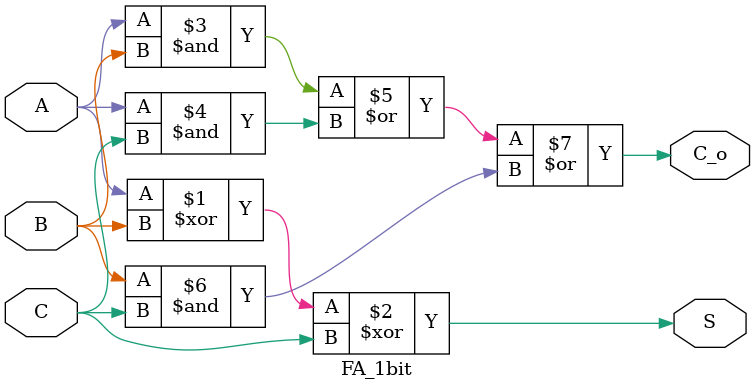
<source format=sv>
module FA_1bit (
    input  wire A,
    input  wire B,
    input  wire C,    // Cin (third Bit in CSA)
    output wire S,    // sum (sAme Column)
    output wire C_o    // CArry (to next Column)
);
    assign S = A ^ B ^ C;
    assign C_o = (A & B) | (A & C) | (B & C);
endmodule
</source>
